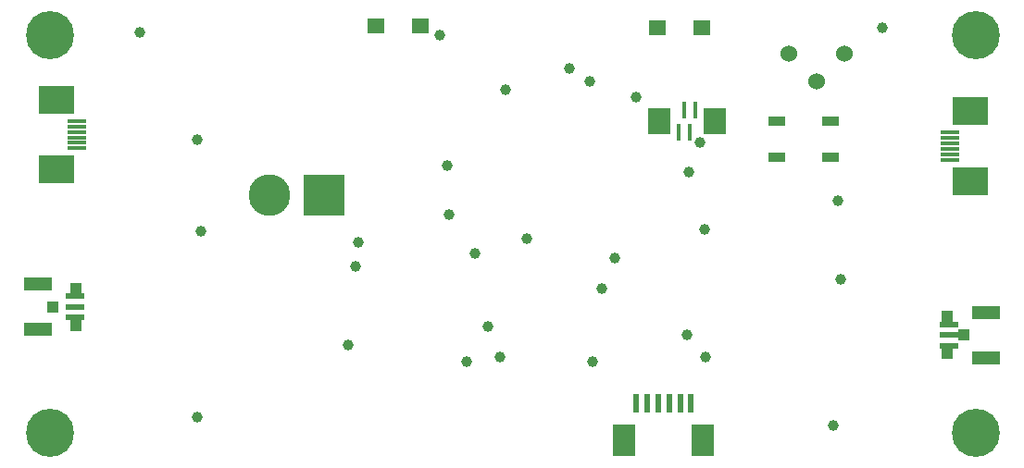
<source format=gbr>
%TF.GenerationSoftware,KiCad,Pcbnew,8.0.2*%
%TF.CreationDate,2024-07-12T01:17:03+08:00*%
%TF.ProjectId,bldcDriver,626c6463-4472-4697-9665-722e6b696361,rev?*%
%TF.SameCoordinates,Original*%
%TF.FileFunction,Soldermask,Top*%
%TF.FilePolarity,Negative*%
%FSLAX46Y46*%
G04 Gerber Fmt 4.6, Leading zero omitted, Abs format (unit mm)*
G04 Created by KiCad (PCBNEW 8.0.2) date 2024-07-12 01:17:03*
%MOMM*%
%LPD*%
G01*
G04 APERTURE LIST*
%ADD10C,1.000000*%
%ADD11R,0.500000X1.700000*%
%ADD12R,2.000000X3.000000*%
%ADD13C,1.524000*%
%ADD14R,1.000000X1.000000*%
%ADD15R,1.700000X0.500000*%
%ADD16R,2.500000X1.200000*%
%ADD17R,0.400000X1.500000*%
%ADD18R,2.000000X2.400000*%
%ADD19R,1.800000X0.350000*%
%ADD20R,3.200000X2.500000*%
%ADD21C,4.400000*%
%ADD22R,1.530000X1.360000*%
%ADD23R,1.500000X0.900000*%
%ADD24R,3.800000X3.800000*%
%ADD25C,3.800000*%
G04 APERTURE END LIST*
D10*
%TO.C,TP7*%
X86600000Y-53600000D03*
%TD*%
%TO.C,TP13*%
X93200000Y-60700000D03*
%TD*%
D11*
%TO.C,J2*%
X88600000Y-66900000D03*
X89600000Y-66900000D03*
X90600000Y-66900000D03*
X91600000Y-66900000D03*
X92600000Y-66900000D03*
X93600000Y-66900000D03*
D12*
X94700000Y-70300000D03*
X87500000Y-70300000D03*
%TD*%
D13*
%TO.C,RV1*%
X107640000Y-34960000D03*
X105100000Y-37500000D03*
X102560000Y-34960000D03*
%TD*%
D14*
%TO.C,TP1*%
X37386500Y-59843500D03*
%TD*%
D10*
%TO.C,TP23*%
X82500000Y-36300000D03*
%TD*%
D15*
%TO.C,CN2*%
X117171500Y-61703500D03*
X117171500Y-60703500D03*
X117171500Y-59703500D03*
D16*
X120571500Y-58603500D03*
X120571500Y-62803500D03*
%TD*%
D17*
%TO.C,P1*%
X92487000Y-42113000D03*
X92987000Y-40085000D03*
X93487000Y-42113000D03*
X93987000Y-40085000D03*
D18*
X95800000Y-41100000D03*
X90674000Y-41091000D03*
%TD*%
D10*
%TO.C,TP25*%
X84300000Y-37500000D03*
%TD*%
%TO.C,TP35*%
X88600000Y-38900000D03*
%TD*%
%TO.C,TP19*%
X76100000Y-62700000D03*
%TD*%
%TO.C,TP27*%
X48800000Y-51200000D03*
%TD*%
D19*
%TO.C,U4*%
X117250000Y-42150000D03*
X117250000Y-42650000D03*
X117250000Y-43150000D03*
X117250000Y-43650000D03*
X117250000Y-44150000D03*
X117250000Y-44650000D03*
D20*
X119150000Y-46600000D03*
X119150000Y-40200000D03*
%TD*%
D14*
%TO.C,TP3*%
X37366500Y-56433500D03*
%TD*%
D10*
%TO.C,TP14*%
X63200000Y-52200000D03*
%TD*%
%TO.C,TP30*%
X71500000Y-49700000D03*
%TD*%
%TO.C,TP11*%
X85400000Y-56400000D03*
%TD*%
D21*
%TO.C,*%
X34960000Y-33240000D03*
%TD*%
D10*
%TO.C,TP9*%
X106600000Y-69000000D03*
%TD*%
%TO.C,TP21*%
X48400000Y-42800000D03*
%TD*%
%TO.C,TP29*%
X107000000Y-48400000D03*
%TD*%
D21*
%TO.C,*%
X119660000Y-33240000D03*
%TD*%
D14*
%TO.C,TP5*%
X118520000Y-60690000D03*
%TD*%
%TO.C,TP2*%
X35266500Y-58133500D03*
%TD*%
D10*
%TO.C,TP20*%
X43200000Y-33000000D03*
%TD*%
%TO.C,TP40*%
X75000000Y-59900000D03*
%TD*%
%TO.C,TP16*%
X73800000Y-53200000D03*
%TD*%
%TO.C,TP18*%
X84600000Y-63100000D03*
%TD*%
%TO.C,TP17*%
X73100000Y-63100000D03*
%TD*%
D22*
%TO.C,SW1*%
X90500000Y-32600000D03*
X94570000Y-32600000D03*
%TD*%
D10*
%TO.C,TP24*%
X76600000Y-38200000D03*
%TD*%
%TO.C,TP33*%
X93400000Y-45800000D03*
%TD*%
%TO.C,TP8*%
X62200000Y-61600000D03*
%TD*%
D23*
%TO.C,D12*%
X106350000Y-44450000D03*
X106350000Y-41150000D03*
X101450000Y-41150000D03*
X101450000Y-44450000D03*
%TD*%
D22*
%TO.C,SW2*%
X68835000Y-32400000D03*
X64765000Y-32400000D03*
%TD*%
D10*
%TO.C,TP12*%
X94900000Y-62700000D03*
%TD*%
%TO.C,TP10*%
X78600000Y-51900000D03*
%TD*%
%TO.C,TP26*%
X107300000Y-55600000D03*
%TD*%
%TO.C,TP15*%
X62900000Y-54400000D03*
%TD*%
%TO.C,TP32*%
X71300000Y-45200000D03*
%TD*%
%TO.C,TP28*%
X48400000Y-68200000D03*
%TD*%
D24*
%TO.C,J1*%
X60000000Y-47900000D03*
D25*
X55000000Y-47900000D03*
%TD*%
D14*
%TO.C,TP4*%
X117040000Y-59000000D03*
%TD*%
D15*
%TO.C,CN1*%
X37285000Y-57100000D03*
X37285000Y-58100000D03*
X37285000Y-59100000D03*
D16*
X33885000Y-60200000D03*
X33885000Y-56000000D03*
%TD*%
D21*
%TO.C,*%
X119660000Y-69640000D03*
%TD*%
D10*
%TO.C,TP34*%
X94400000Y-43100000D03*
%TD*%
%TO.C,TP38*%
X70600000Y-33200000D03*
%TD*%
D19*
%TO.C,U10*%
X37467000Y-43600000D03*
X37467000Y-43100000D03*
X37467000Y-42600000D03*
X37467000Y-42100000D03*
X37467000Y-41600000D03*
X37467000Y-41100000D03*
D20*
X35567000Y-39150000D03*
X35567000Y-45550000D03*
%TD*%
D10*
%TO.C,TP22*%
X111100000Y-32600000D03*
%TD*%
D14*
%TO.C,TP6*%
X116990000Y-62400000D03*
%TD*%
D21*
%TO.C,*%
X34960000Y-69640000D03*
%TD*%
D10*
%TO.C,TP31*%
X94800000Y-51000000D03*
%TD*%
M02*

</source>
